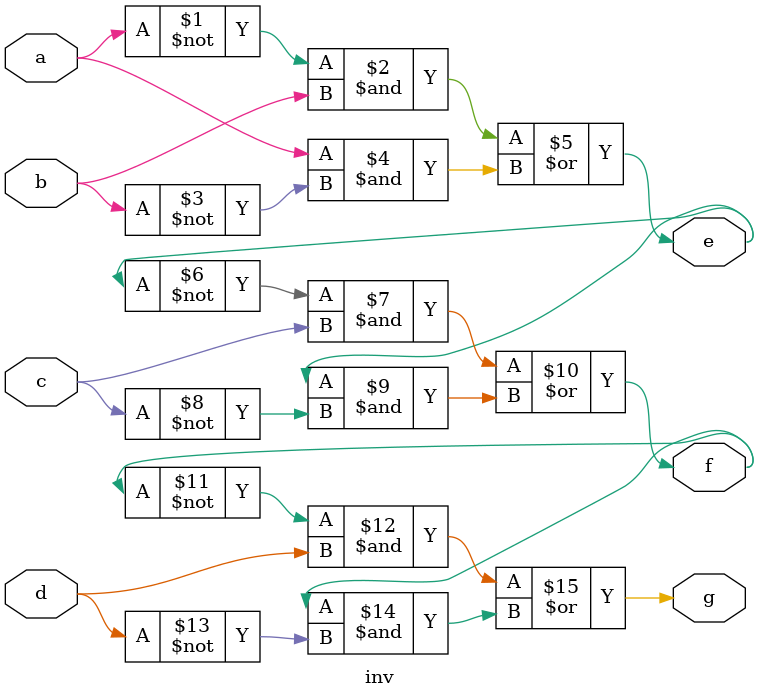
<source format=v>
`timescale 1ns / 1ps


module inv(

input a,b,c,d,
output e,f,g

    );
assign e=(~a&b) | (a&~b);
assign f=(~e&c) | (e&~c);
assign g=(~f&d) | (f&~d);
endmodule

</source>
